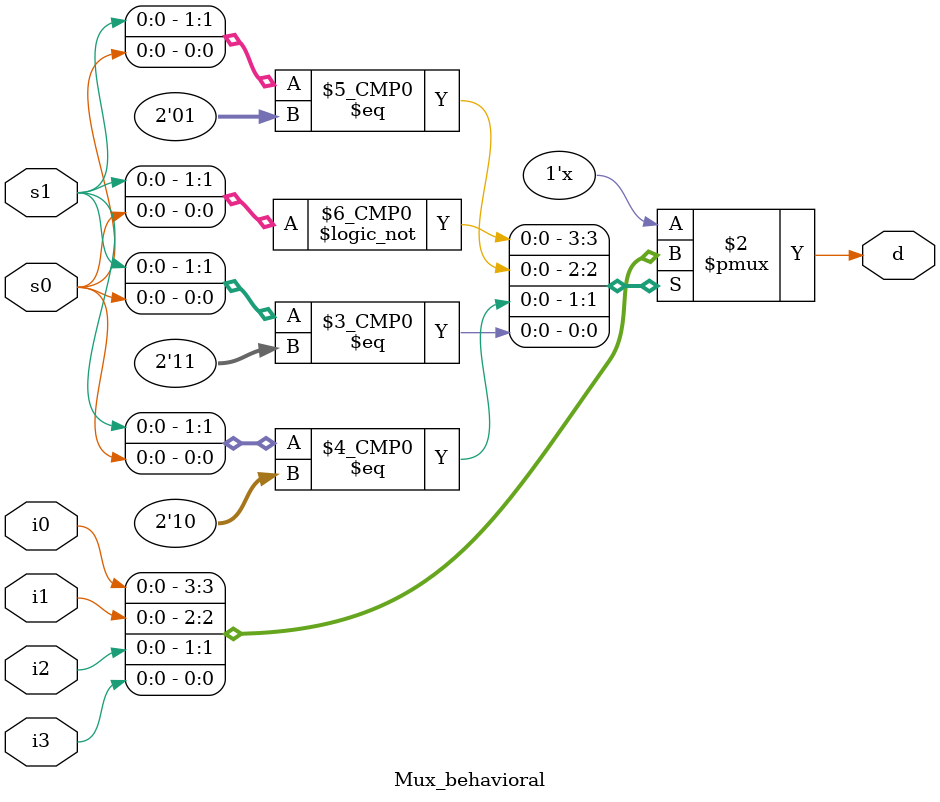
<source format=v>
`timescale 1ns / 1ps


module Mux_behavioral(
    input s1,
    input s0,
    input i0,
    input i1,
    input i2,
    input i3,
    output reg d
    );
    
    always @(s1, s0, i0, i1, i2, i3)
    begin
    
    case ({s1, s0})
        2'b00 : d = i0;
        2'b01 : d = i1;
        2'b10 : d = i2;
        2'b11 : d = i3;
    endcase
       
    end
    
endmodule

</source>
